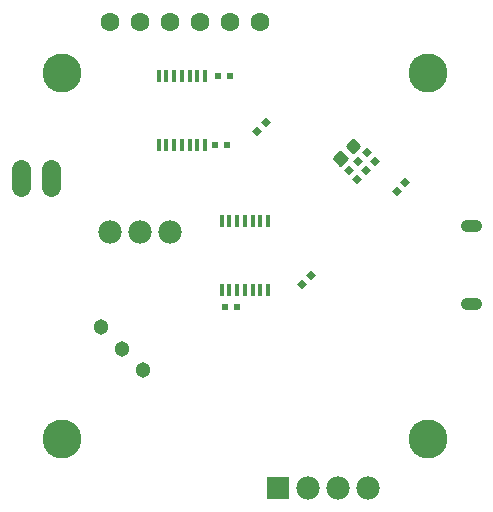
<source format=gbs>
G75*
%MOIN*%
%OFA0B0*%
%FSLAX25Y25*%
%IPPOS*%
%LPD*%
%AMOC8*
5,1,8,0,0,1.08239X$1,22.5*
%
%ADD10R,0.02369X0.02369*%
%ADD11C,0.12998*%
%ADD12R,0.07800X0.07800*%
%ADD13C,0.07800*%
%ADD14R,0.02369X0.02369*%
%ADD15C,0.03943*%
%ADD16R,0.01600X0.04300*%
%ADD17C,0.06306*%
%ADD18C,0.06400*%
%ADD19C,0.05124*%
%ADD20C,0.00975*%
D10*
G36*
X0180856Y0118108D02*
X0182530Y0119782D01*
X0184204Y0118108D01*
X0182530Y0116434D01*
X0180856Y0118108D01*
G37*
G36*
X0183640Y0120892D02*
X0185314Y0122566D01*
X0186988Y0120892D01*
X0185314Y0119218D01*
X0183640Y0120892D01*
G37*
G36*
X0212356Y0149108D02*
X0214030Y0150782D01*
X0215704Y0149108D01*
X0214030Y0147434D01*
X0212356Y0149108D01*
G37*
G36*
X0215140Y0151892D02*
X0216814Y0153566D01*
X0218488Y0151892D01*
X0216814Y0150218D01*
X0215140Y0151892D01*
G37*
G36*
X0206814Y0160782D02*
X0208488Y0159108D01*
X0206814Y0157434D01*
X0205140Y0159108D01*
X0206814Y0160782D01*
G37*
G36*
X0204030Y0163566D02*
X0205704Y0161892D01*
X0204030Y0160218D01*
X0202356Y0161892D01*
X0204030Y0163566D01*
G37*
G36*
X0201030Y0160566D02*
X0202704Y0158892D01*
X0201030Y0157218D01*
X0199356Y0158892D01*
X0201030Y0160566D01*
G37*
G36*
X0203814Y0157782D02*
X0205488Y0156108D01*
X0203814Y0154434D01*
X0202140Y0156108D01*
X0203814Y0157782D01*
G37*
G36*
X0198030Y0157566D02*
X0199704Y0155892D01*
X0198030Y0154218D01*
X0196356Y0155892D01*
X0198030Y0157566D01*
G37*
G36*
X0200814Y0154782D02*
X0202488Y0153108D01*
X0200814Y0151434D01*
X0199140Y0153108D01*
X0200814Y0154782D01*
G37*
G36*
X0171988Y0171892D02*
X0170314Y0170218D01*
X0168640Y0171892D01*
X0170314Y0173566D01*
X0171988Y0171892D01*
G37*
G36*
X0169204Y0169108D02*
X0167530Y0167434D01*
X0165856Y0169108D01*
X0167530Y0170782D01*
X0169204Y0169108D01*
G37*
D11*
X0102398Y0066476D03*
X0224445Y0066476D03*
X0224445Y0188524D03*
X0102398Y0188524D03*
D12*
X0174422Y0050000D03*
D13*
X0184422Y0050000D03*
X0194422Y0050000D03*
X0204422Y0050000D03*
X0138422Y0135500D03*
X0128422Y0135500D03*
X0118422Y0135500D03*
D14*
X0156953Y0110500D03*
X0160890Y0110500D03*
X0157390Y0164500D03*
X0153453Y0164500D03*
X0154453Y0187500D03*
X0158390Y0187500D03*
D15*
X0237556Y0137386D02*
X0237556Y0137386D01*
X0240312Y0137386D01*
X0240312Y0137386D01*
X0237556Y0137386D01*
X0237556Y0111402D02*
X0237556Y0111402D01*
X0240312Y0111402D01*
X0240312Y0111402D01*
X0237556Y0111402D01*
D16*
X0171099Y0116013D03*
X0168540Y0116013D03*
X0165981Y0116013D03*
X0163422Y0116013D03*
X0160863Y0116013D03*
X0158304Y0116013D03*
X0155745Y0116013D03*
X0155745Y0138987D03*
X0158304Y0138987D03*
X0160863Y0138987D03*
X0163422Y0138987D03*
X0165981Y0138987D03*
X0168540Y0138987D03*
X0171099Y0138987D03*
X0150099Y0164513D03*
X0147540Y0164513D03*
X0144981Y0164513D03*
X0142422Y0164513D03*
X0139863Y0164513D03*
X0137304Y0164513D03*
X0134745Y0164513D03*
X0134745Y0187487D03*
X0137304Y0187487D03*
X0139863Y0187487D03*
X0142422Y0187487D03*
X0144981Y0187487D03*
X0147540Y0187487D03*
X0150099Y0187487D03*
D17*
X0148422Y0205500D03*
X0158422Y0205500D03*
X0168422Y0205500D03*
X0138422Y0205500D03*
X0128422Y0205500D03*
X0118422Y0205500D03*
D18*
X0098922Y0156500D02*
X0098922Y0150500D01*
X0088922Y0150500D02*
X0088922Y0156500D01*
D19*
X0115351Y0103571D03*
X0122422Y0096500D03*
X0129493Y0089429D03*
D20*
X0195300Y0157811D02*
X0197368Y0159879D01*
X0195300Y0157811D02*
X0193232Y0159879D01*
X0195300Y0161947D01*
X0197368Y0159879D01*
X0196274Y0158785D02*
X0194326Y0158785D01*
X0193352Y0159759D02*
X0197248Y0159759D01*
X0196514Y0160733D02*
X0194086Y0160733D01*
X0195060Y0161707D02*
X0195540Y0161707D01*
X0199543Y0162053D02*
X0201611Y0164121D01*
X0199543Y0162053D02*
X0197475Y0164121D01*
X0199543Y0166189D01*
X0201611Y0164121D01*
X0200517Y0163027D02*
X0198569Y0163027D01*
X0197595Y0164001D02*
X0201491Y0164001D01*
X0200757Y0164975D02*
X0198329Y0164975D01*
X0199303Y0165949D02*
X0199783Y0165949D01*
M02*

</source>
